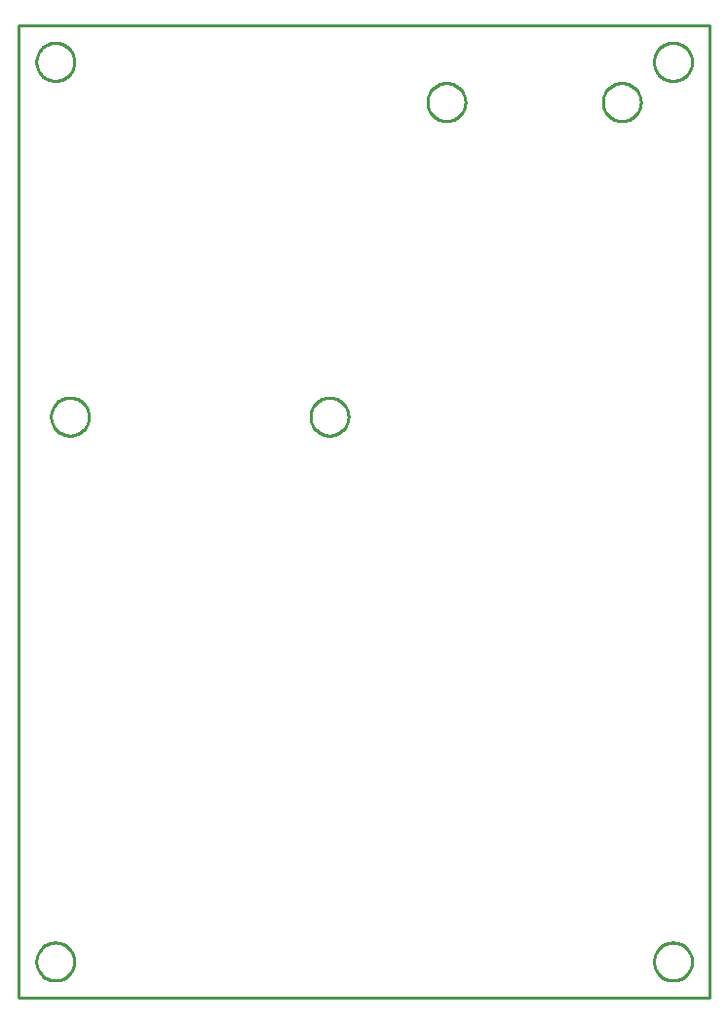
<source format=gbr>
G04 EAGLE Gerber RS-274X export*
G75*
%MOMM*%
%FSLAX34Y34*%
%LPD*%
%IN*%
%IPPOS*%
%AMOC8*
5,1,8,0,0,1.08239X$1,22.5*%
G01*
%ADD10C,0.254000*%


D10*
X0Y0D02*
X599950Y0D01*
X599950Y844450D01*
X0Y844450D01*
X0Y0D01*
X286385Y504285D02*
X286314Y503206D01*
X286173Y502134D01*
X285962Y501074D01*
X285683Y500030D01*
X285335Y499006D01*
X284921Y498008D01*
X284443Y497038D01*
X283903Y496102D01*
X283302Y495203D01*
X282644Y494346D01*
X281932Y493533D01*
X281167Y492769D01*
X280354Y492056D01*
X279497Y491398D01*
X278598Y490797D01*
X277662Y490257D01*
X276692Y489779D01*
X275694Y489365D01*
X274670Y489017D01*
X273626Y488738D01*
X272566Y488527D01*
X271494Y488386D01*
X270415Y488315D01*
X269335Y488315D01*
X268256Y488386D01*
X267184Y488527D01*
X266124Y488738D01*
X265080Y489017D01*
X264056Y489365D01*
X263058Y489779D01*
X262088Y490257D01*
X261152Y490797D01*
X260253Y491398D01*
X259396Y492056D01*
X258583Y492769D01*
X257819Y493533D01*
X257106Y494346D01*
X256448Y495203D01*
X255847Y496102D01*
X255307Y497038D01*
X254829Y498008D01*
X254415Y499006D01*
X254067Y500030D01*
X253788Y501074D01*
X253577Y502134D01*
X253436Y503206D01*
X253365Y504285D01*
X253365Y505365D01*
X253436Y506444D01*
X253577Y507516D01*
X253788Y508576D01*
X254067Y509620D01*
X254415Y510644D01*
X254829Y511642D01*
X255307Y512612D01*
X255847Y513548D01*
X256448Y514447D01*
X257106Y515304D01*
X257819Y516117D01*
X258583Y516882D01*
X259396Y517594D01*
X260253Y518252D01*
X261152Y518853D01*
X262088Y519393D01*
X263058Y519871D01*
X264056Y520285D01*
X265080Y520633D01*
X266124Y520912D01*
X267184Y521123D01*
X268256Y521264D01*
X269335Y521335D01*
X270415Y521335D01*
X271494Y521264D01*
X272566Y521123D01*
X273626Y520912D01*
X274670Y520633D01*
X275694Y520285D01*
X276692Y519871D01*
X277662Y519393D01*
X278598Y518853D01*
X279497Y518252D01*
X280354Y517594D01*
X281167Y516882D01*
X281932Y516117D01*
X282644Y515304D01*
X283302Y514447D01*
X283903Y513548D01*
X284443Y512612D01*
X284921Y511642D01*
X285335Y510644D01*
X285683Y509620D01*
X285962Y508576D01*
X286173Y507516D01*
X286314Y506444D01*
X286385Y505365D01*
X286385Y504285D01*
X60960Y504285D02*
X60889Y503206D01*
X60748Y502134D01*
X60537Y501074D01*
X60258Y500030D01*
X59910Y499006D01*
X59496Y498008D01*
X59018Y497038D01*
X58478Y496102D01*
X57877Y495203D01*
X57219Y494346D01*
X56507Y493533D01*
X55742Y492769D01*
X54929Y492056D01*
X54072Y491398D01*
X53173Y490797D01*
X52237Y490257D01*
X51267Y489779D01*
X50269Y489365D01*
X49245Y489017D01*
X48201Y488738D01*
X47141Y488527D01*
X46069Y488386D01*
X44990Y488315D01*
X43910Y488315D01*
X42831Y488386D01*
X41759Y488527D01*
X40699Y488738D01*
X39655Y489017D01*
X38631Y489365D01*
X37633Y489779D01*
X36663Y490257D01*
X35727Y490797D01*
X34828Y491398D01*
X33971Y492056D01*
X33158Y492769D01*
X32394Y493533D01*
X31681Y494346D01*
X31023Y495203D01*
X30422Y496102D01*
X29882Y497038D01*
X29404Y498008D01*
X28990Y499006D01*
X28642Y500030D01*
X28363Y501074D01*
X28152Y502134D01*
X28011Y503206D01*
X27940Y504285D01*
X27940Y505365D01*
X28011Y506444D01*
X28152Y507516D01*
X28363Y508576D01*
X28642Y509620D01*
X28990Y510644D01*
X29404Y511642D01*
X29882Y512612D01*
X30422Y513548D01*
X31023Y514447D01*
X31681Y515304D01*
X32394Y516117D01*
X33158Y516882D01*
X33971Y517594D01*
X34828Y518252D01*
X35727Y518853D01*
X36663Y519393D01*
X37633Y519871D01*
X38631Y520285D01*
X39655Y520633D01*
X40699Y520912D01*
X41759Y521123D01*
X42831Y521264D01*
X43910Y521335D01*
X44990Y521335D01*
X46069Y521264D01*
X47141Y521123D01*
X48201Y520912D01*
X49245Y520633D01*
X50269Y520285D01*
X51267Y519871D01*
X52237Y519393D01*
X53173Y518853D01*
X54072Y518252D01*
X54929Y517594D01*
X55742Y516882D01*
X56507Y516117D01*
X57219Y515304D01*
X57877Y514447D01*
X58478Y513548D01*
X59018Y512612D01*
X59496Y511642D01*
X59910Y510644D01*
X60258Y509620D01*
X60537Y508576D01*
X60748Y507516D01*
X60889Y506444D01*
X60960Y505365D01*
X60960Y504285D01*
X48260Y812260D02*
X48189Y811181D01*
X48048Y810109D01*
X47837Y809049D01*
X47558Y808005D01*
X47210Y806981D01*
X46796Y805983D01*
X46318Y805013D01*
X45778Y804077D01*
X45177Y803178D01*
X44519Y802321D01*
X43807Y801508D01*
X43042Y800744D01*
X42229Y800031D01*
X41372Y799373D01*
X40473Y798772D01*
X39537Y798232D01*
X38567Y797754D01*
X37569Y797340D01*
X36545Y796992D01*
X35501Y796713D01*
X34441Y796502D01*
X33369Y796361D01*
X32290Y796290D01*
X31210Y796290D01*
X30131Y796361D01*
X29059Y796502D01*
X27999Y796713D01*
X26955Y796992D01*
X25931Y797340D01*
X24933Y797754D01*
X23963Y798232D01*
X23027Y798772D01*
X22128Y799373D01*
X21271Y800031D01*
X20458Y800744D01*
X19694Y801508D01*
X18981Y802321D01*
X18323Y803178D01*
X17722Y804077D01*
X17182Y805013D01*
X16704Y805983D01*
X16290Y806981D01*
X15942Y808005D01*
X15663Y809049D01*
X15452Y810109D01*
X15311Y811181D01*
X15240Y812260D01*
X15240Y813340D01*
X15311Y814419D01*
X15452Y815491D01*
X15663Y816551D01*
X15942Y817595D01*
X16290Y818619D01*
X16704Y819617D01*
X17182Y820587D01*
X17722Y821523D01*
X18323Y822422D01*
X18981Y823279D01*
X19694Y824092D01*
X20458Y824857D01*
X21271Y825569D01*
X22128Y826227D01*
X23027Y826828D01*
X23963Y827368D01*
X24933Y827846D01*
X25931Y828260D01*
X26955Y828608D01*
X27999Y828887D01*
X29059Y829098D01*
X30131Y829239D01*
X31210Y829310D01*
X32290Y829310D01*
X33369Y829239D01*
X34441Y829098D01*
X35501Y828887D01*
X36545Y828608D01*
X37569Y828260D01*
X38567Y827846D01*
X39537Y827368D01*
X40473Y826828D01*
X41372Y826227D01*
X42229Y825569D01*
X43042Y824857D01*
X43807Y824092D01*
X44519Y823279D01*
X45177Y822422D01*
X45778Y821523D01*
X46318Y820587D01*
X46796Y819617D01*
X47210Y818619D01*
X47558Y817595D01*
X47837Y816551D01*
X48048Y815491D01*
X48189Y814419D01*
X48260Y813340D01*
X48260Y812260D01*
X584835Y812260D02*
X584764Y811181D01*
X584623Y810109D01*
X584412Y809049D01*
X584133Y808005D01*
X583785Y806981D01*
X583371Y805983D01*
X582893Y805013D01*
X582353Y804077D01*
X581752Y803178D01*
X581094Y802321D01*
X580382Y801508D01*
X579617Y800744D01*
X578804Y800031D01*
X577947Y799373D01*
X577048Y798772D01*
X576112Y798232D01*
X575142Y797754D01*
X574144Y797340D01*
X573120Y796992D01*
X572076Y796713D01*
X571016Y796502D01*
X569944Y796361D01*
X568865Y796290D01*
X567785Y796290D01*
X566706Y796361D01*
X565634Y796502D01*
X564574Y796713D01*
X563530Y796992D01*
X562506Y797340D01*
X561508Y797754D01*
X560538Y798232D01*
X559602Y798772D01*
X558703Y799373D01*
X557846Y800031D01*
X557033Y800744D01*
X556269Y801508D01*
X555556Y802321D01*
X554898Y803178D01*
X554297Y804077D01*
X553757Y805013D01*
X553279Y805983D01*
X552865Y806981D01*
X552517Y808005D01*
X552238Y809049D01*
X552027Y810109D01*
X551886Y811181D01*
X551815Y812260D01*
X551815Y813340D01*
X551886Y814419D01*
X552027Y815491D01*
X552238Y816551D01*
X552517Y817595D01*
X552865Y818619D01*
X553279Y819617D01*
X553757Y820587D01*
X554297Y821523D01*
X554898Y822422D01*
X555556Y823279D01*
X556269Y824092D01*
X557033Y824857D01*
X557846Y825569D01*
X558703Y826227D01*
X559602Y826828D01*
X560538Y827368D01*
X561508Y827846D01*
X562506Y828260D01*
X563530Y828608D01*
X564574Y828887D01*
X565634Y829098D01*
X566706Y829239D01*
X567785Y829310D01*
X568865Y829310D01*
X569944Y829239D01*
X571016Y829098D01*
X572076Y828887D01*
X573120Y828608D01*
X574144Y828260D01*
X575142Y827846D01*
X576112Y827368D01*
X577048Y826828D01*
X577947Y826227D01*
X578804Y825569D01*
X579617Y824857D01*
X580382Y824092D01*
X581094Y823279D01*
X581752Y822422D01*
X582353Y821523D01*
X582893Y820587D01*
X583371Y819617D01*
X583785Y818619D01*
X584133Y817595D01*
X584412Y816551D01*
X584623Y815491D01*
X584764Y814419D01*
X584835Y813340D01*
X584835Y812260D01*
X48260Y31210D02*
X48189Y30131D01*
X48048Y29059D01*
X47837Y27999D01*
X47558Y26955D01*
X47210Y25931D01*
X46796Y24933D01*
X46318Y23963D01*
X45778Y23027D01*
X45177Y22128D01*
X44519Y21271D01*
X43807Y20458D01*
X43042Y19694D01*
X42229Y18981D01*
X41372Y18323D01*
X40473Y17722D01*
X39537Y17182D01*
X38567Y16704D01*
X37569Y16290D01*
X36545Y15942D01*
X35501Y15663D01*
X34441Y15452D01*
X33369Y15311D01*
X32290Y15240D01*
X31210Y15240D01*
X30131Y15311D01*
X29059Y15452D01*
X27999Y15663D01*
X26955Y15942D01*
X25931Y16290D01*
X24933Y16704D01*
X23963Y17182D01*
X23027Y17722D01*
X22128Y18323D01*
X21271Y18981D01*
X20458Y19694D01*
X19694Y20458D01*
X18981Y21271D01*
X18323Y22128D01*
X17722Y23027D01*
X17182Y23963D01*
X16704Y24933D01*
X16290Y25931D01*
X15942Y26955D01*
X15663Y27999D01*
X15452Y29059D01*
X15311Y30131D01*
X15240Y31210D01*
X15240Y32290D01*
X15311Y33369D01*
X15452Y34441D01*
X15663Y35501D01*
X15942Y36545D01*
X16290Y37569D01*
X16704Y38567D01*
X17182Y39537D01*
X17722Y40473D01*
X18323Y41372D01*
X18981Y42229D01*
X19694Y43042D01*
X20458Y43807D01*
X21271Y44519D01*
X22128Y45177D01*
X23027Y45778D01*
X23963Y46318D01*
X24933Y46796D01*
X25931Y47210D01*
X26955Y47558D01*
X27999Y47837D01*
X29059Y48048D01*
X30131Y48189D01*
X31210Y48260D01*
X32290Y48260D01*
X33369Y48189D01*
X34441Y48048D01*
X35501Y47837D01*
X36545Y47558D01*
X37569Y47210D01*
X38567Y46796D01*
X39537Y46318D01*
X40473Y45778D01*
X41372Y45177D01*
X42229Y44519D01*
X43042Y43807D01*
X43807Y43042D01*
X44519Y42229D01*
X45177Y41372D01*
X45778Y40473D01*
X46318Y39537D01*
X46796Y38567D01*
X47210Y37569D01*
X47558Y36545D01*
X47837Y35501D01*
X48048Y34441D01*
X48189Y33369D01*
X48260Y32290D01*
X48260Y31210D01*
X584835Y31210D02*
X584764Y30131D01*
X584623Y29059D01*
X584412Y27999D01*
X584133Y26955D01*
X583785Y25931D01*
X583371Y24933D01*
X582893Y23963D01*
X582353Y23027D01*
X581752Y22128D01*
X581094Y21271D01*
X580382Y20458D01*
X579617Y19694D01*
X578804Y18981D01*
X577947Y18323D01*
X577048Y17722D01*
X576112Y17182D01*
X575142Y16704D01*
X574144Y16290D01*
X573120Y15942D01*
X572076Y15663D01*
X571016Y15452D01*
X569944Y15311D01*
X568865Y15240D01*
X567785Y15240D01*
X566706Y15311D01*
X565634Y15452D01*
X564574Y15663D01*
X563530Y15942D01*
X562506Y16290D01*
X561508Y16704D01*
X560538Y17182D01*
X559602Y17722D01*
X558703Y18323D01*
X557846Y18981D01*
X557033Y19694D01*
X556269Y20458D01*
X555556Y21271D01*
X554898Y22128D01*
X554297Y23027D01*
X553757Y23963D01*
X553279Y24933D01*
X552865Y25931D01*
X552517Y26955D01*
X552238Y27999D01*
X552027Y29059D01*
X551886Y30131D01*
X551815Y31210D01*
X551815Y32290D01*
X551886Y33369D01*
X552027Y34441D01*
X552238Y35501D01*
X552517Y36545D01*
X552865Y37569D01*
X553279Y38567D01*
X553757Y39537D01*
X554297Y40473D01*
X554898Y41372D01*
X555556Y42229D01*
X556269Y43042D01*
X557033Y43807D01*
X557846Y44519D01*
X558703Y45177D01*
X559602Y45778D01*
X560538Y46318D01*
X561508Y46796D01*
X562506Y47210D01*
X563530Y47558D01*
X564574Y47837D01*
X565634Y48048D01*
X566706Y48189D01*
X567785Y48260D01*
X568865Y48260D01*
X569944Y48189D01*
X571016Y48048D01*
X572076Y47837D01*
X573120Y47558D01*
X574144Y47210D01*
X575142Y46796D01*
X576112Y46318D01*
X577048Y45778D01*
X577947Y45177D01*
X578804Y44519D01*
X579617Y43807D01*
X580382Y43042D01*
X581094Y42229D01*
X581752Y41372D01*
X582353Y40473D01*
X582893Y39537D01*
X583371Y38567D01*
X583785Y37569D01*
X584133Y36545D01*
X584412Y35501D01*
X584623Y34441D01*
X584764Y33369D01*
X584835Y32290D01*
X584835Y31210D01*
X387985Y777335D02*
X387914Y776256D01*
X387773Y775184D01*
X387562Y774124D01*
X387283Y773080D01*
X386935Y772056D01*
X386521Y771058D01*
X386043Y770088D01*
X385503Y769152D01*
X384902Y768253D01*
X384244Y767396D01*
X383532Y766583D01*
X382767Y765819D01*
X381954Y765106D01*
X381097Y764448D01*
X380198Y763847D01*
X379262Y763307D01*
X378292Y762829D01*
X377294Y762415D01*
X376270Y762067D01*
X375226Y761788D01*
X374166Y761577D01*
X373094Y761436D01*
X372015Y761365D01*
X370935Y761365D01*
X369856Y761436D01*
X368784Y761577D01*
X367724Y761788D01*
X366680Y762067D01*
X365656Y762415D01*
X364658Y762829D01*
X363688Y763307D01*
X362752Y763847D01*
X361853Y764448D01*
X360996Y765106D01*
X360183Y765819D01*
X359419Y766583D01*
X358706Y767396D01*
X358048Y768253D01*
X357447Y769152D01*
X356907Y770088D01*
X356429Y771058D01*
X356015Y772056D01*
X355667Y773080D01*
X355388Y774124D01*
X355177Y775184D01*
X355036Y776256D01*
X354965Y777335D01*
X354965Y778415D01*
X355036Y779494D01*
X355177Y780566D01*
X355388Y781626D01*
X355667Y782670D01*
X356015Y783694D01*
X356429Y784692D01*
X356907Y785662D01*
X357447Y786598D01*
X358048Y787497D01*
X358706Y788354D01*
X359419Y789167D01*
X360183Y789932D01*
X360996Y790644D01*
X361853Y791302D01*
X362752Y791903D01*
X363688Y792443D01*
X364658Y792921D01*
X365656Y793335D01*
X366680Y793683D01*
X367724Y793962D01*
X368784Y794173D01*
X369856Y794314D01*
X370935Y794385D01*
X372015Y794385D01*
X373094Y794314D01*
X374166Y794173D01*
X375226Y793962D01*
X376270Y793683D01*
X377294Y793335D01*
X378292Y792921D01*
X379262Y792443D01*
X380198Y791903D01*
X381097Y791302D01*
X381954Y790644D01*
X382767Y789932D01*
X383532Y789167D01*
X384244Y788354D01*
X384902Y787497D01*
X385503Y786598D01*
X386043Y785662D01*
X386521Y784692D01*
X386935Y783694D01*
X387283Y782670D01*
X387562Y781626D01*
X387773Y780566D01*
X387914Y779494D01*
X387985Y778415D01*
X387985Y777335D01*
X540385Y777335D02*
X540314Y776256D01*
X540173Y775184D01*
X539962Y774124D01*
X539683Y773080D01*
X539335Y772056D01*
X538921Y771058D01*
X538443Y770088D01*
X537903Y769152D01*
X537302Y768253D01*
X536644Y767396D01*
X535932Y766583D01*
X535167Y765819D01*
X534354Y765106D01*
X533497Y764448D01*
X532598Y763847D01*
X531662Y763307D01*
X530692Y762829D01*
X529694Y762415D01*
X528670Y762067D01*
X527626Y761788D01*
X526566Y761577D01*
X525494Y761436D01*
X524415Y761365D01*
X523335Y761365D01*
X522256Y761436D01*
X521184Y761577D01*
X520124Y761788D01*
X519080Y762067D01*
X518056Y762415D01*
X517058Y762829D01*
X516088Y763307D01*
X515152Y763847D01*
X514253Y764448D01*
X513396Y765106D01*
X512583Y765819D01*
X511819Y766583D01*
X511106Y767396D01*
X510448Y768253D01*
X509847Y769152D01*
X509307Y770088D01*
X508829Y771058D01*
X508415Y772056D01*
X508067Y773080D01*
X507788Y774124D01*
X507577Y775184D01*
X507436Y776256D01*
X507365Y777335D01*
X507365Y778415D01*
X507436Y779494D01*
X507577Y780566D01*
X507788Y781626D01*
X508067Y782670D01*
X508415Y783694D01*
X508829Y784692D01*
X509307Y785662D01*
X509847Y786598D01*
X510448Y787497D01*
X511106Y788354D01*
X511819Y789167D01*
X512583Y789932D01*
X513396Y790644D01*
X514253Y791302D01*
X515152Y791903D01*
X516088Y792443D01*
X517058Y792921D01*
X518056Y793335D01*
X519080Y793683D01*
X520124Y793962D01*
X521184Y794173D01*
X522256Y794314D01*
X523335Y794385D01*
X524415Y794385D01*
X525494Y794314D01*
X526566Y794173D01*
X527626Y793962D01*
X528670Y793683D01*
X529694Y793335D01*
X530692Y792921D01*
X531662Y792443D01*
X532598Y791903D01*
X533497Y791302D01*
X534354Y790644D01*
X535167Y789932D01*
X535932Y789167D01*
X536644Y788354D01*
X537302Y787497D01*
X537903Y786598D01*
X538443Y785662D01*
X538921Y784692D01*
X539335Y783694D01*
X539683Y782670D01*
X539962Y781626D01*
X540173Y780566D01*
X540314Y779494D01*
X540385Y778415D01*
X540385Y777335D01*
M02*

</source>
